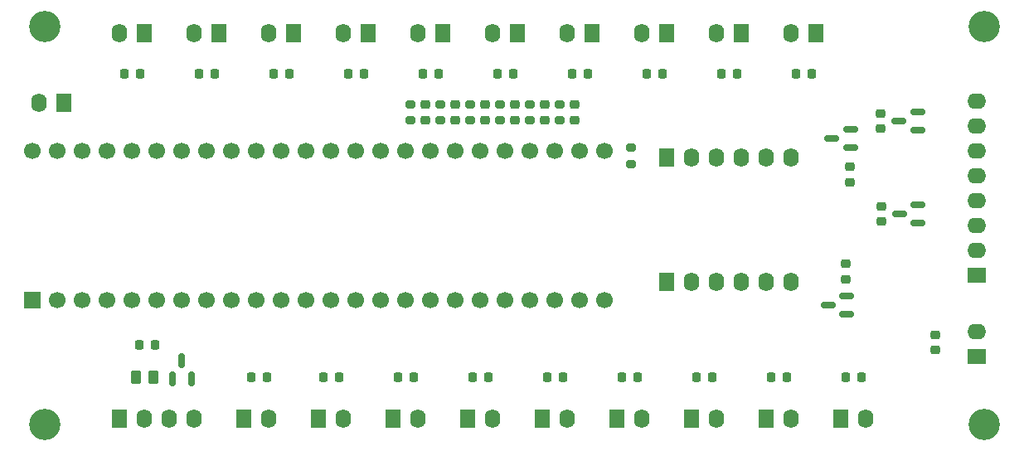
<source format=gbr>
%TF.GenerationSoftware,KiCad,Pcbnew,8.0.3-8.0.3-0~ubuntu22.04.1*%
%TF.CreationDate,2024-06-29T17:00:48-07:00*%
%TF.ProjectId,ButtonBd2,42757474-6f6e-4426-9432-2e6b69636164,2*%
%TF.SameCoordinates,Original*%
%TF.FileFunction,Soldermask,Top*%
%TF.FilePolarity,Negative*%
%FSLAX46Y46*%
G04 Gerber Fmt 4.6, Leading zero omitted, Abs format (unit mm)*
G04 Created by KiCad (PCBNEW 8.0.3-8.0.3-0~ubuntu22.04.1) date 2024-06-29 17:00:48*
%MOMM*%
%LPD*%
G01*
G04 APERTURE LIST*
G04 Aperture macros list*
%AMRoundRect*
0 Rectangle with rounded corners*
0 $1 Rounding radius*
0 $2 $3 $4 $5 $6 $7 $8 $9 X,Y pos of 4 corners*
0 Add a 4 corners polygon primitive as box body*
4,1,4,$2,$3,$4,$5,$6,$7,$8,$9,$2,$3,0*
0 Add four circle primitives for the rounded corners*
1,1,$1+$1,$2,$3*
1,1,$1+$1,$4,$5*
1,1,$1+$1,$6,$7*
1,1,$1+$1,$8,$9*
0 Add four rect primitives between the rounded corners*
20,1,$1+$1,$2,$3,$4,$5,0*
20,1,$1+$1,$4,$5,$6,$7,0*
20,1,$1+$1,$6,$7,$8,$9,0*
20,1,$1+$1,$8,$9,$2,$3,0*%
G04 Aperture macros list end*
%ADD10RoundRect,0.218750X0.256250X-0.218750X0.256250X0.218750X-0.256250X0.218750X-0.256250X-0.218750X0*%
%ADD11R,1.600200X1.905000*%
%ADD12O,1.600200X1.905000*%
%ADD13RoundRect,0.200000X0.275000X-0.200000X0.275000X0.200000X-0.275000X0.200000X-0.275000X-0.200000X0*%
%ADD14RoundRect,0.225000X0.250000X-0.225000X0.250000X0.225000X-0.250000X0.225000X-0.250000X-0.225000X0*%
%ADD15R,1.905000X1.600200*%
%ADD16O,1.905000X1.600200*%
%ADD17RoundRect,0.218750X0.218750X0.256250X-0.218750X0.256250X-0.218750X-0.256250X0.218750X-0.256250X0*%
%ADD18C,3.200000*%
%ADD19RoundRect,0.225000X-0.250000X0.225000X-0.250000X-0.225000X0.250000X-0.225000X0.250000X0.225000X0*%
%ADD20RoundRect,0.150000X0.587500X0.150000X-0.587500X0.150000X-0.587500X-0.150000X0.587500X-0.150000X0*%
%ADD21RoundRect,0.218750X-0.218750X-0.256250X0.218750X-0.256250X0.218750X0.256250X-0.218750X0.256250X0*%
%ADD22RoundRect,0.250000X0.262500X0.450000X-0.262500X0.450000X-0.262500X-0.450000X0.262500X-0.450000X0*%
%ADD23RoundRect,0.200000X-0.275000X0.200000X-0.275000X-0.200000X0.275000X-0.200000X0.275000X0.200000X0*%
%ADD24RoundRect,0.150000X0.150000X-0.587500X0.150000X0.587500X-0.150000X0.587500X-0.150000X-0.587500X0*%
%ADD25R,1.700000X1.700000*%
%ADD26C,1.700000*%
%ADD27RoundRect,0.225000X0.225000X0.250000X-0.225000X0.250000X-0.225000X-0.250000X0.225000X-0.250000X0*%
G04 APERTURE END LIST*
D10*
%TO.C,D21*%
X145542000Y-94005500D03*
X145542000Y-92430500D03*
%TD*%
D11*
%TO.C,J22*%
X113030000Y-100965000D03*
D12*
X115570000Y-100965000D03*
%TD*%
D13*
%TO.C,R2*%
X94996000Y-70548000D03*
X94996000Y-68898000D03*
%TD*%
D11*
%TO.C,J24*%
X128270000Y-100965000D03*
D12*
X130810000Y-100965000D03*
%TD*%
D14*
%TO.C,C4*%
X136398000Y-86754000D03*
X136398000Y-85204000D03*
%TD*%
D15*
%TO.C,J13*%
X149733000Y-86360000D03*
D16*
X149733000Y-83820000D03*
X149733000Y-81280000D03*
X149733000Y-78740000D03*
X149733000Y-76200000D03*
X149733000Y-73660000D03*
X149733000Y-71120000D03*
X149733000Y-68580000D03*
%TD*%
D10*
%TO.C,D11*%
X93472000Y-70510500D03*
X93472000Y-68935500D03*
%TD*%
D11*
%TO.C,J6*%
X102870000Y-61595000D03*
D12*
X100330000Y-61595000D03*
%TD*%
D17*
%TO.C,D3*%
X79527500Y-65786000D03*
X77952500Y-65786000D03*
%TD*%
D10*
%TO.C,D16*%
X108712000Y-70510500D03*
X108712000Y-68935500D03*
%TD*%
%TO.C,D15*%
X105664000Y-70510500D03*
X105664000Y-68935500D03*
%TD*%
D14*
%TO.C,C1*%
X139954000Y-71387000D03*
X139954000Y-69837000D03*
%TD*%
D11*
%TO.C,J16*%
X62230000Y-100965000D03*
D12*
X64770000Y-100965000D03*
X67310000Y-100965000D03*
X69850000Y-100965000D03*
%TD*%
D18*
%TO.C,H2*%
X150495000Y-60960000D03*
%TD*%
D10*
%TO.C,D13*%
X99568000Y-70510500D03*
X99568000Y-68935500D03*
%TD*%
D19*
%TO.C,C3*%
X140032500Y-79301000D03*
X140032500Y-80851000D03*
%TD*%
D11*
%TO.C,J3*%
X80010000Y-61595000D03*
D12*
X77470000Y-61595000D03*
%TD*%
D15*
%TO.C,J15*%
X149733000Y-94615000D03*
D16*
X149733000Y-92075000D03*
%TD*%
D18*
%TO.C,H3*%
X54610000Y-101600000D03*
%TD*%
D17*
%TO.C,D8*%
X117627500Y-65786000D03*
X116052500Y-65786000D03*
%TD*%
D20*
%TO.C,D20*%
X136446500Y-90358000D03*
X136446500Y-88458000D03*
X134571500Y-89408000D03*
%TD*%
D21*
%TO.C,D24*%
X83032500Y-96774000D03*
X84607500Y-96774000D03*
%TD*%
D11*
%TO.C,J12*%
X118110000Y-74295000D03*
D12*
X120650000Y-74295000D03*
X123190000Y-74295000D03*
X125730000Y-74295000D03*
X128270000Y-74295000D03*
X130810000Y-74295000D03*
%TD*%
D11*
%TO.C,J2*%
X72390000Y-61595000D03*
D12*
X69850000Y-61595000D03*
%TD*%
D10*
%TO.C,D14*%
X102616000Y-70510500D03*
X102616000Y-68935500D03*
%TD*%
D11*
%TO.C,J19*%
X90170000Y-100965000D03*
D12*
X92710000Y-100965000D03*
%TD*%
D11*
%TO.C,J14*%
X118110000Y-86995000D03*
D12*
X120650000Y-86995000D03*
X123190000Y-86995000D03*
X125730000Y-86995000D03*
X128270000Y-86995000D03*
X130810000Y-86995000D03*
%TD*%
D21*
%TO.C,D25*%
X90652500Y-96774000D03*
X92227500Y-96774000D03*
%TD*%
%TO.C,D30*%
X128752500Y-96774000D03*
X130327500Y-96774000D03*
%TD*%
D10*
%TO.C,D12*%
X96520000Y-70510500D03*
X96520000Y-68935500D03*
%TD*%
D11*
%TO.C,J18*%
X82550000Y-100965000D03*
D12*
X85090000Y-100965000D03*
%TD*%
D11*
%TO.C,J11*%
X56515000Y-68707000D03*
D12*
X53975000Y-68707000D03*
%TD*%
D20*
%TO.C,D17*%
X143685500Y-71562000D03*
X143685500Y-69662000D03*
X141810500Y-70612000D03*
%TD*%
D13*
%TO.C,R3*%
X98044000Y-70548000D03*
X98044000Y-68898000D03*
%TD*%
D21*
%TO.C,D27*%
X105892500Y-96774000D03*
X107467500Y-96774000D03*
%TD*%
D11*
%TO.C,J4*%
X87630000Y-61595000D03*
D12*
X85090000Y-61595000D03*
%TD*%
D22*
%TO.C,R8*%
X65682500Y-96774000D03*
X63857500Y-96774000D03*
%TD*%
D23*
%TO.C,R7*%
X114427000Y-73343000D03*
X114427000Y-74993000D03*
%TD*%
D11*
%TO.C,J23*%
X120650000Y-100965000D03*
D12*
X123190000Y-100965000D03*
%TD*%
D21*
%TO.C,D28*%
X113512500Y-96774000D03*
X115087500Y-96774000D03*
%TD*%
D17*
%TO.C,D6*%
X102387500Y-65786000D03*
X100812500Y-65786000D03*
%TD*%
D13*
%TO.C,R4*%
X101092000Y-70548000D03*
X101092000Y-68898000D03*
%TD*%
D18*
%TO.C,H4*%
X150495000Y-101600000D03*
%TD*%
D13*
%TO.C,R1*%
X91948000Y-70548000D03*
X91948000Y-68898000D03*
%TD*%
D11*
%TO.C,J20*%
X97790000Y-100965000D03*
D12*
X100330000Y-100965000D03*
%TD*%
D11*
%TO.C,J10*%
X133350000Y-61595000D03*
D12*
X130810000Y-61595000D03*
%TD*%
D11*
%TO.C,J1*%
X64770000Y-61595000D03*
D12*
X62230000Y-61595000D03*
%TD*%
D11*
%TO.C,J8*%
X118110000Y-61595000D03*
D12*
X115570000Y-61595000D03*
%TD*%
D17*
%TO.C,D4*%
X87147500Y-65786000D03*
X85572500Y-65786000D03*
%TD*%
D13*
%TO.C,R6*%
X107188000Y-70548000D03*
X107188000Y-68898000D03*
%TD*%
D17*
%TO.C,D1*%
X64287500Y-65786000D03*
X62712500Y-65786000D03*
%TD*%
%TO.C,D9*%
X125247500Y-65786000D03*
X123672500Y-65786000D03*
%TD*%
D24*
%TO.C,D22*%
X67630000Y-96949500D03*
X69530000Y-96949500D03*
X68580000Y-95074500D03*
%TD*%
D18*
%TO.C,H1*%
X54610000Y-60960000D03*
%TD*%
D17*
%TO.C,D5*%
X94767500Y-65786000D03*
X93192500Y-65786000D03*
%TD*%
%TO.C,D10*%
X132867500Y-65786000D03*
X131292500Y-65786000D03*
%TD*%
%TO.C,D2*%
X71907500Y-65786000D03*
X70332500Y-65786000D03*
%TD*%
D11*
%TO.C,J9*%
X125730000Y-61595000D03*
D12*
X123190000Y-61595000D03*
%TD*%
D11*
%TO.C,J7*%
X110490000Y-61595000D03*
D12*
X107950000Y-61595000D03*
%TD*%
D11*
%TO.C,J17*%
X74930000Y-100965000D03*
D12*
X77470000Y-100965000D03*
%TD*%
D21*
%TO.C,D29*%
X121132500Y-96774000D03*
X122707500Y-96774000D03*
%TD*%
%TO.C,D31*%
X136372500Y-96774000D03*
X137947500Y-96774000D03*
%TD*%
D20*
%TO.C,D19*%
X143764000Y-81026000D03*
X143764000Y-79126000D03*
X141889000Y-80076000D03*
%TD*%
D21*
%TO.C,D23*%
X75666500Y-96774000D03*
X77241500Y-96774000D03*
%TD*%
%TO.C,D26*%
X98272500Y-96774000D03*
X99847500Y-96774000D03*
%TD*%
D25*
%TO.C,U1*%
X53340000Y-88900000D03*
D26*
X55880000Y-88900000D03*
X58420000Y-88900000D03*
X60960000Y-88900000D03*
X63500000Y-88900000D03*
X66040000Y-88900000D03*
X68580000Y-88900000D03*
X71120000Y-88900000D03*
X73660000Y-88900000D03*
X76200000Y-88900000D03*
X78740000Y-88900000D03*
X81280000Y-88900000D03*
X83820000Y-88900000D03*
X86360000Y-88900000D03*
X88900000Y-88900000D03*
X91440000Y-88900000D03*
X93980000Y-88900000D03*
X96520000Y-88900000D03*
X99060000Y-88900000D03*
X101600000Y-88900000D03*
X104140000Y-88900000D03*
X106680000Y-88900000D03*
X109220000Y-88900000D03*
X111760000Y-88900000D03*
X111760000Y-73660000D03*
X109220000Y-73660000D03*
X106680000Y-73660000D03*
X104140000Y-73660000D03*
X101600000Y-73660000D03*
X99060000Y-73660000D03*
X96520000Y-73660000D03*
X93980000Y-73660000D03*
X91440000Y-73660000D03*
X88900000Y-73660000D03*
X86360000Y-73660000D03*
X83820000Y-73660000D03*
X81280000Y-73660000D03*
X78740000Y-73660000D03*
X76200000Y-73660000D03*
X73660000Y-73660000D03*
X71120000Y-73660000D03*
X68580000Y-73660000D03*
X66040000Y-73660000D03*
X63500000Y-73660000D03*
X60960000Y-73660000D03*
X58420000Y-73660000D03*
X55880000Y-73660000D03*
X53340000Y-73660000D03*
%TD*%
D27*
%TO.C,C5*%
X65799000Y-93472000D03*
X64249000Y-93472000D03*
%TD*%
D20*
%TO.C,D18*%
X136827500Y-73340000D03*
X136827500Y-71440000D03*
X134952500Y-72390000D03*
%TD*%
D11*
%TO.C,J21*%
X105410000Y-100965000D03*
D12*
X107950000Y-100965000D03*
%TD*%
D14*
%TO.C,C2*%
X136779000Y-76848000D03*
X136779000Y-75298000D03*
%TD*%
D17*
%TO.C,D7*%
X110007500Y-65786000D03*
X108432500Y-65786000D03*
%TD*%
D13*
%TO.C,R5*%
X104140000Y-70548000D03*
X104140000Y-68898000D03*
%TD*%
D11*
%TO.C,J25*%
X135890000Y-100965000D03*
D12*
X138430000Y-100965000D03*
%TD*%
D11*
%TO.C,J5*%
X95250000Y-61595000D03*
D12*
X92710000Y-61595000D03*
%TD*%
M02*

</source>
